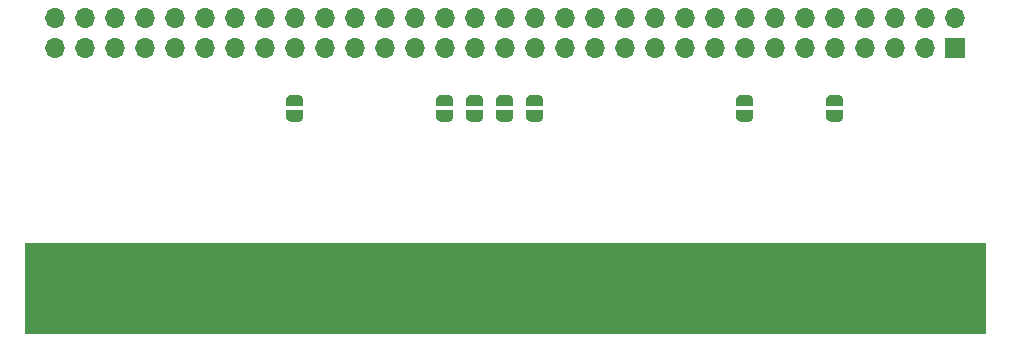
<source format=gbs>
%TF.GenerationSoftware,KiCad,Pcbnew,(5.1.9)-1*%
%TF.CreationDate,2021-05-05T16:30:24+08:00*%
%TF.ProjectId,ISAtoTandyPlus,49534174-6f54-4616-9e64-79506c75732e,rev?*%
%TF.SameCoordinates,Original*%
%TF.FileFunction,Soldermask,Bot*%
%TF.FilePolarity,Negative*%
%FSLAX46Y46*%
G04 Gerber Fmt 4.6, Leading zero omitted, Abs format (unit mm)*
G04 Created by KiCad (PCBNEW (5.1.9)-1) date 2021-05-05 16:30:24*
%MOMM*%
%LPD*%
G01*
G04 APERTURE LIST*
%ADD10C,0.100000*%
%ADD11R,1.700000X1.700000*%
%ADD12O,1.700000X1.700000*%
%ADD13R,1.780000X7.620000*%
G04 APERTURE END LIST*
D10*
G36*
X177800000Y-142240000D02*
G01*
X96520000Y-142240000D01*
X96520000Y-134620000D01*
X177800000Y-134620000D01*
X177800000Y-142240000D01*
G37*
X177800000Y-142240000D02*
X96520000Y-142240000D01*
X96520000Y-134620000D01*
X177800000Y-134620000D01*
X177800000Y-142240000D01*
%TO.C,JP1*%
G36*
X164350602Y-122540000D02*
G01*
X164350602Y-122515466D01*
X164355412Y-122466635D01*
X164364984Y-122418510D01*
X164379228Y-122371555D01*
X164398005Y-122326222D01*
X164421136Y-122282949D01*
X164448396Y-122242150D01*
X164479524Y-122204221D01*
X164514221Y-122169524D01*
X164552150Y-122138396D01*
X164592949Y-122111136D01*
X164636222Y-122088005D01*
X164681555Y-122069228D01*
X164728510Y-122054984D01*
X164776635Y-122045412D01*
X164825466Y-122040602D01*
X164850000Y-122040602D01*
X164850000Y-122040000D01*
X165350000Y-122040000D01*
X165350000Y-122040602D01*
X165374534Y-122040602D01*
X165423365Y-122045412D01*
X165471490Y-122054984D01*
X165518445Y-122069228D01*
X165563778Y-122088005D01*
X165607051Y-122111136D01*
X165647850Y-122138396D01*
X165685779Y-122169524D01*
X165720476Y-122204221D01*
X165751604Y-122242150D01*
X165778864Y-122282949D01*
X165801995Y-122326222D01*
X165820772Y-122371555D01*
X165835016Y-122418510D01*
X165844588Y-122466635D01*
X165849398Y-122515466D01*
X165849398Y-122540000D01*
X165850000Y-122540000D01*
X165850000Y-123040000D01*
X164350000Y-123040000D01*
X164350000Y-122540000D01*
X164350602Y-122540000D01*
G37*
G36*
X165850000Y-123340000D02*
G01*
X165850000Y-123840000D01*
X165849398Y-123840000D01*
X165849398Y-123864534D01*
X165844588Y-123913365D01*
X165835016Y-123961490D01*
X165820772Y-124008445D01*
X165801995Y-124053778D01*
X165778864Y-124097051D01*
X165751604Y-124137850D01*
X165720476Y-124175779D01*
X165685779Y-124210476D01*
X165647850Y-124241604D01*
X165607051Y-124268864D01*
X165563778Y-124291995D01*
X165518445Y-124310772D01*
X165471490Y-124325016D01*
X165423365Y-124334588D01*
X165374534Y-124339398D01*
X165350000Y-124339398D01*
X165350000Y-124340000D01*
X164850000Y-124340000D01*
X164850000Y-124339398D01*
X164825466Y-124339398D01*
X164776635Y-124334588D01*
X164728510Y-124325016D01*
X164681555Y-124310772D01*
X164636222Y-124291995D01*
X164592949Y-124268864D01*
X164552150Y-124241604D01*
X164514221Y-124210476D01*
X164479524Y-124175779D01*
X164448396Y-124137850D01*
X164421136Y-124097051D01*
X164398005Y-124053778D01*
X164379228Y-124008445D01*
X164364984Y-123961490D01*
X164355412Y-123913365D01*
X164350602Y-123864534D01*
X164350602Y-123840000D01*
X164350000Y-123840000D01*
X164350000Y-123340000D01*
X165850000Y-123340000D01*
G37*
%TD*%
%TO.C,JP2*%
G36*
X156730602Y-122540000D02*
G01*
X156730602Y-122515466D01*
X156735412Y-122466635D01*
X156744984Y-122418510D01*
X156759228Y-122371555D01*
X156778005Y-122326222D01*
X156801136Y-122282949D01*
X156828396Y-122242150D01*
X156859524Y-122204221D01*
X156894221Y-122169524D01*
X156932150Y-122138396D01*
X156972949Y-122111136D01*
X157016222Y-122088005D01*
X157061555Y-122069228D01*
X157108510Y-122054984D01*
X157156635Y-122045412D01*
X157205466Y-122040602D01*
X157230000Y-122040602D01*
X157230000Y-122040000D01*
X157730000Y-122040000D01*
X157730000Y-122040602D01*
X157754534Y-122040602D01*
X157803365Y-122045412D01*
X157851490Y-122054984D01*
X157898445Y-122069228D01*
X157943778Y-122088005D01*
X157987051Y-122111136D01*
X158027850Y-122138396D01*
X158065779Y-122169524D01*
X158100476Y-122204221D01*
X158131604Y-122242150D01*
X158158864Y-122282949D01*
X158181995Y-122326222D01*
X158200772Y-122371555D01*
X158215016Y-122418510D01*
X158224588Y-122466635D01*
X158229398Y-122515466D01*
X158229398Y-122540000D01*
X158230000Y-122540000D01*
X158230000Y-123040000D01*
X156730000Y-123040000D01*
X156730000Y-122540000D01*
X156730602Y-122540000D01*
G37*
G36*
X158230000Y-123340000D02*
G01*
X158230000Y-123840000D01*
X158229398Y-123840000D01*
X158229398Y-123864534D01*
X158224588Y-123913365D01*
X158215016Y-123961490D01*
X158200772Y-124008445D01*
X158181995Y-124053778D01*
X158158864Y-124097051D01*
X158131604Y-124137850D01*
X158100476Y-124175779D01*
X158065779Y-124210476D01*
X158027850Y-124241604D01*
X157987051Y-124268864D01*
X157943778Y-124291995D01*
X157898445Y-124310772D01*
X157851490Y-124325016D01*
X157803365Y-124334588D01*
X157754534Y-124339398D01*
X157730000Y-124339398D01*
X157730000Y-124340000D01*
X157230000Y-124340000D01*
X157230000Y-124339398D01*
X157205466Y-124339398D01*
X157156635Y-124334588D01*
X157108510Y-124325016D01*
X157061555Y-124310772D01*
X157016222Y-124291995D01*
X156972949Y-124268864D01*
X156932150Y-124241604D01*
X156894221Y-124210476D01*
X156859524Y-124175779D01*
X156828396Y-124137850D01*
X156801136Y-124097051D01*
X156778005Y-124053778D01*
X156759228Y-124008445D01*
X156744984Y-123961490D01*
X156735412Y-123913365D01*
X156730602Y-123864534D01*
X156730602Y-123840000D01*
X156730000Y-123840000D01*
X156730000Y-123340000D01*
X158230000Y-123340000D01*
G37*
%TD*%
%TO.C,JP3*%
G36*
X138950602Y-122540000D02*
G01*
X138950602Y-122515466D01*
X138955412Y-122466635D01*
X138964984Y-122418510D01*
X138979228Y-122371555D01*
X138998005Y-122326222D01*
X139021136Y-122282949D01*
X139048396Y-122242150D01*
X139079524Y-122204221D01*
X139114221Y-122169524D01*
X139152150Y-122138396D01*
X139192949Y-122111136D01*
X139236222Y-122088005D01*
X139281555Y-122069228D01*
X139328510Y-122054984D01*
X139376635Y-122045412D01*
X139425466Y-122040602D01*
X139450000Y-122040602D01*
X139450000Y-122040000D01*
X139950000Y-122040000D01*
X139950000Y-122040602D01*
X139974534Y-122040602D01*
X140023365Y-122045412D01*
X140071490Y-122054984D01*
X140118445Y-122069228D01*
X140163778Y-122088005D01*
X140207051Y-122111136D01*
X140247850Y-122138396D01*
X140285779Y-122169524D01*
X140320476Y-122204221D01*
X140351604Y-122242150D01*
X140378864Y-122282949D01*
X140401995Y-122326222D01*
X140420772Y-122371555D01*
X140435016Y-122418510D01*
X140444588Y-122466635D01*
X140449398Y-122515466D01*
X140449398Y-122540000D01*
X140450000Y-122540000D01*
X140450000Y-123040000D01*
X138950000Y-123040000D01*
X138950000Y-122540000D01*
X138950602Y-122540000D01*
G37*
G36*
X140450000Y-123340000D02*
G01*
X140450000Y-123840000D01*
X140449398Y-123840000D01*
X140449398Y-123864534D01*
X140444588Y-123913365D01*
X140435016Y-123961490D01*
X140420772Y-124008445D01*
X140401995Y-124053778D01*
X140378864Y-124097051D01*
X140351604Y-124137850D01*
X140320476Y-124175779D01*
X140285779Y-124210476D01*
X140247850Y-124241604D01*
X140207051Y-124268864D01*
X140163778Y-124291995D01*
X140118445Y-124310772D01*
X140071490Y-124325016D01*
X140023365Y-124334588D01*
X139974534Y-124339398D01*
X139950000Y-124339398D01*
X139950000Y-124340000D01*
X139450000Y-124340000D01*
X139450000Y-124339398D01*
X139425466Y-124339398D01*
X139376635Y-124334588D01*
X139328510Y-124325016D01*
X139281555Y-124310772D01*
X139236222Y-124291995D01*
X139192949Y-124268864D01*
X139152150Y-124241604D01*
X139114221Y-124210476D01*
X139079524Y-124175779D01*
X139048396Y-124137850D01*
X139021136Y-124097051D01*
X138998005Y-124053778D01*
X138979228Y-124008445D01*
X138964984Y-123961490D01*
X138955412Y-123913365D01*
X138950602Y-123864534D01*
X138950602Y-123840000D01*
X138950000Y-123840000D01*
X138950000Y-123340000D01*
X140450000Y-123340000D01*
G37*
%TD*%
%TO.C,JP5*%
G36*
X133870602Y-122540000D02*
G01*
X133870602Y-122515466D01*
X133875412Y-122466635D01*
X133884984Y-122418510D01*
X133899228Y-122371555D01*
X133918005Y-122326222D01*
X133941136Y-122282949D01*
X133968396Y-122242150D01*
X133999524Y-122204221D01*
X134034221Y-122169524D01*
X134072150Y-122138396D01*
X134112949Y-122111136D01*
X134156222Y-122088005D01*
X134201555Y-122069228D01*
X134248510Y-122054984D01*
X134296635Y-122045412D01*
X134345466Y-122040602D01*
X134370000Y-122040602D01*
X134370000Y-122040000D01*
X134870000Y-122040000D01*
X134870000Y-122040602D01*
X134894534Y-122040602D01*
X134943365Y-122045412D01*
X134991490Y-122054984D01*
X135038445Y-122069228D01*
X135083778Y-122088005D01*
X135127051Y-122111136D01*
X135167850Y-122138396D01*
X135205779Y-122169524D01*
X135240476Y-122204221D01*
X135271604Y-122242150D01*
X135298864Y-122282949D01*
X135321995Y-122326222D01*
X135340772Y-122371555D01*
X135355016Y-122418510D01*
X135364588Y-122466635D01*
X135369398Y-122515466D01*
X135369398Y-122540000D01*
X135370000Y-122540000D01*
X135370000Y-123040000D01*
X133870000Y-123040000D01*
X133870000Y-122540000D01*
X133870602Y-122540000D01*
G37*
G36*
X135370000Y-123340000D02*
G01*
X135370000Y-123840000D01*
X135369398Y-123840000D01*
X135369398Y-123864534D01*
X135364588Y-123913365D01*
X135355016Y-123961490D01*
X135340772Y-124008445D01*
X135321995Y-124053778D01*
X135298864Y-124097051D01*
X135271604Y-124137850D01*
X135240476Y-124175779D01*
X135205779Y-124210476D01*
X135167850Y-124241604D01*
X135127051Y-124268864D01*
X135083778Y-124291995D01*
X135038445Y-124310772D01*
X134991490Y-124325016D01*
X134943365Y-124334588D01*
X134894534Y-124339398D01*
X134870000Y-124339398D01*
X134870000Y-124340000D01*
X134370000Y-124340000D01*
X134370000Y-124339398D01*
X134345466Y-124339398D01*
X134296635Y-124334588D01*
X134248510Y-124325016D01*
X134201555Y-124310772D01*
X134156222Y-124291995D01*
X134112949Y-124268864D01*
X134072150Y-124241604D01*
X134034221Y-124210476D01*
X133999524Y-124175779D01*
X133968396Y-124137850D01*
X133941136Y-124097051D01*
X133918005Y-124053778D01*
X133899228Y-124008445D01*
X133884984Y-123961490D01*
X133875412Y-123913365D01*
X133870602Y-123864534D01*
X133870602Y-123840000D01*
X133870000Y-123840000D01*
X133870000Y-123340000D01*
X135370000Y-123340000D01*
G37*
%TD*%
%TO.C,JP4*%
G36*
X136410602Y-122540000D02*
G01*
X136410602Y-122515466D01*
X136415412Y-122466635D01*
X136424984Y-122418510D01*
X136439228Y-122371555D01*
X136458005Y-122326222D01*
X136481136Y-122282949D01*
X136508396Y-122242150D01*
X136539524Y-122204221D01*
X136574221Y-122169524D01*
X136612150Y-122138396D01*
X136652949Y-122111136D01*
X136696222Y-122088005D01*
X136741555Y-122069228D01*
X136788510Y-122054984D01*
X136836635Y-122045412D01*
X136885466Y-122040602D01*
X136910000Y-122040602D01*
X136910000Y-122040000D01*
X137410000Y-122040000D01*
X137410000Y-122040602D01*
X137434534Y-122040602D01*
X137483365Y-122045412D01*
X137531490Y-122054984D01*
X137578445Y-122069228D01*
X137623778Y-122088005D01*
X137667051Y-122111136D01*
X137707850Y-122138396D01*
X137745779Y-122169524D01*
X137780476Y-122204221D01*
X137811604Y-122242150D01*
X137838864Y-122282949D01*
X137861995Y-122326222D01*
X137880772Y-122371555D01*
X137895016Y-122418510D01*
X137904588Y-122466635D01*
X137909398Y-122515466D01*
X137909398Y-122540000D01*
X137910000Y-122540000D01*
X137910000Y-123040000D01*
X136410000Y-123040000D01*
X136410000Y-122540000D01*
X136410602Y-122540000D01*
G37*
G36*
X137910000Y-123340000D02*
G01*
X137910000Y-123840000D01*
X137909398Y-123840000D01*
X137909398Y-123864534D01*
X137904588Y-123913365D01*
X137895016Y-123961490D01*
X137880772Y-124008445D01*
X137861995Y-124053778D01*
X137838864Y-124097051D01*
X137811604Y-124137850D01*
X137780476Y-124175779D01*
X137745779Y-124210476D01*
X137707850Y-124241604D01*
X137667051Y-124268864D01*
X137623778Y-124291995D01*
X137578445Y-124310772D01*
X137531490Y-124325016D01*
X137483365Y-124334588D01*
X137434534Y-124339398D01*
X137410000Y-124339398D01*
X137410000Y-124340000D01*
X136910000Y-124340000D01*
X136910000Y-124339398D01*
X136885466Y-124339398D01*
X136836635Y-124334588D01*
X136788510Y-124325016D01*
X136741555Y-124310772D01*
X136696222Y-124291995D01*
X136652949Y-124268864D01*
X136612150Y-124241604D01*
X136574221Y-124210476D01*
X136539524Y-124175779D01*
X136508396Y-124137850D01*
X136481136Y-124097051D01*
X136458005Y-124053778D01*
X136439228Y-124008445D01*
X136424984Y-123961490D01*
X136415412Y-123913365D01*
X136410602Y-123864534D01*
X136410602Y-123840000D01*
X136410000Y-123840000D01*
X136410000Y-123340000D01*
X137910000Y-123340000D01*
G37*
%TD*%
%TO.C,JP6*%
G36*
X131330602Y-122540000D02*
G01*
X131330602Y-122515466D01*
X131335412Y-122466635D01*
X131344984Y-122418510D01*
X131359228Y-122371555D01*
X131378005Y-122326222D01*
X131401136Y-122282949D01*
X131428396Y-122242150D01*
X131459524Y-122204221D01*
X131494221Y-122169524D01*
X131532150Y-122138396D01*
X131572949Y-122111136D01*
X131616222Y-122088005D01*
X131661555Y-122069228D01*
X131708510Y-122054984D01*
X131756635Y-122045412D01*
X131805466Y-122040602D01*
X131830000Y-122040602D01*
X131830000Y-122040000D01*
X132330000Y-122040000D01*
X132330000Y-122040602D01*
X132354534Y-122040602D01*
X132403365Y-122045412D01*
X132451490Y-122054984D01*
X132498445Y-122069228D01*
X132543778Y-122088005D01*
X132587051Y-122111136D01*
X132627850Y-122138396D01*
X132665779Y-122169524D01*
X132700476Y-122204221D01*
X132731604Y-122242150D01*
X132758864Y-122282949D01*
X132781995Y-122326222D01*
X132800772Y-122371555D01*
X132815016Y-122418510D01*
X132824588Y-122466635D01*
X132829398Y-122515466D01*
X132829398Y-122540000D01*
X132830000Y-122540000D01*
X132830000Y-123040000D01*
X131330000Y-123040000D01*
X131330000Y-122540000D01*
X131330602Y-122540000D01*
G37*
G36*
X132830000Y-123340000D02*
G01*
X132830000Y-123840000D01*
X132829398Y-123840000D01*
X132829398Y-123864534D01*
X132824588Y-123913365D01*
X132815016Y-123961490D01*
X132800772Y-124008445D01*
X132781995Y-124053778D01*
X132758864Y-124097051D01*
X132731604Y-124137850D01*
X132700476Y-124175779D01*
X132665779Y-124210476D01*
X132627850Y-124241604D01*
X132587051Y-124268864D01*
X132543778Y-124291995D01*
X132498445Y-124310772D01*
X132451490Y-124325016D01*
X132403365Y-124334588D01*
X132354534Y-124339398D01*
X132330000Y-124339398D01*
X132330000Y-124340000D01*
X131830000Y-124340000D01*
X131830000Y-124339398D01*
X131805466Y-124339398D01*
X131756635Y-124334588D01*
X131708510Y-124325016D01*
X131661555Y-124310772D01*
X131616222Y-124291995D01*
X131572949Y-124268864D01*
X131532150Y-124241604D01*
X131494221Y-124210476D01*
X131459524Y-124175779D01*
X131428396Y-124137850D01*
X131401136Y-124097051D01*
X131378005Y-124053778D01*
X131359228Y-124008445D01*
X131344984Y-123961490D01*
X131335412Y-123913365D01*
X131330602Y-123864534D01*
X131330602Y-123840000D01*
X131330000Y-123840000D01*
X131330000Y-123340000D01*
X132830000Y-123340000D01*
G37*
%TD*%
%TO.C,JP7*%
G36*
X120130000Y-123340000D02*
G01*
X120130000Y-123840000D01*
X120129398Y-123840000D01*
X120129398Y-123864534D01*
X120124588Y-123913365D01*
X120115016Y-123961490D01*
X120100772Y-124008445D01*
X120081995Y-124053778D01*
X120058864Y-124097051D01*
X120031604Y-124137850D01*
X120000476Y-124175779D01*
X119965779Y-124210476D01*
X119927850Y-124241604D01*
X119887051Y-124268864D01*
X119843778Y-124291995D01*
X119798445Y-124310772D01*
X119751490Y-124325016D01*
X119703365Y-124334588D01*
X119654534Y-124339398D01*
X119630000Y-124339398D01*
X119630000Y-124340000D01*
X119130000Y-124340000D01*
X119130000Y-124339398D01*
X119105466Y-124339398D01*
X119056635Y-124334588D01*
X119008510Y-124325016D01*
X118961555Y-124310772D01*
X118916222Y-124291995D01*
X118872949Y-124268864D01*
X118832150Y-124241604D01*
X118794221Y-124210476D01*
X118759524Y-124175779D01*
X118728396Y-124137850D01*
X118701136Y-124097051D01*
X118678005Y-124053778D01*
X118659228Y-124008445D01*
X118644984Y-123961490D01*
X118635412Y-123913365D01*
X118630602Y-123864534D01*
X118630602Y-123840000D01*
X118630000Y-123840000D01*
X118630000Y-123340000D01*
X120130000Y-123340000D01*
G37*
G36*
X118630602Y-122540000D02*
G01*
X118630602Y-122515466D01*
X118635412Y-122466635D01*
X118644984Y-122418510D01*
X118659228Y-122371555D01*
X118678005Y-122326222D01*
X118701136Y-122282949D01*
X118728396Y-122242150D01*
X118759524Y-122204221D01*
X118794221Y-122169524D01*
X118832150Y-122138396D01*
X118872949Y-122111136D01*
X118916222Y-122088005D01*
X118961555Y-122069228D01*
X119008510Y-122054984D01*
X119056635Y-122045412D01*
X119105466Y-122040602D01*
X119130000Y-122040602D01*
X119130000Y-122040000D01*
X119630000Y-122040000D01*
X119630000Y-122040602D01*
X119654534Y-122040602D01*
X119703365Y-122045412D01*
X119751490Y-122054984D01*
X119798445Y-122069228D01*
X119843778Y-122088005D01*
X119887051Y-122111136D01*
X119927850Y-122138396D01*
X119965779Y-122169524D01*
X120000476Y-122204221D01*
X120031604Y-122242150D01*
X120058864Y-122282949D01*
X120081995Y-122326222D01*
X120100772Y-122371555D01*
X120115016Y-122418510D01*
X120124588Y-122466635D01*
X120129398Y-122515466D01*
X120129398Y-122540000D01*
X120130000Y-122540000D01*
X120130000Y-123040000D01*
X118630000Y-123040000D01*
X118630000Y-122540000D01*
X118630602Y-122540000D01*
G37*
%TD*%
D11*
%TO.C,J3*%
X175260000Y-118110000D03*
D12*
X175260000Y-115570000D03*
X172720000Y-118110000D03*
X172720000Y-115570000D03*
X170180000Y-118110000D03*
X170180000Y-115570000D03*
X167640000Y-118110000D03*
X167640000Y-115570000D03*
X165100000Y-118110000D03*
X165100000Y-115570000D03*
X162560000Y-118110000D03*
X162560000Y-115570000D03*
X160020000Y-118110000D03*
X160020000Y-115570000D03*
X157480000Y-118110000D03*
X157480000Y-115570000D03*
X154940000Y-118110000D03*
X154940000Y-115570000D03*
X152400000Y-118110000D03*
X152400000Y-115570000D03*
X149860000Y-118110000D03*
X149860000Y-115570000D03*
X147320000Y-118110000D03*
X147320000Y-115570000D03*
X144780000Y-118110000D03*
X144780000Y-115570000D03*
X142240000Y-118110000D03*
X142240000Y-115570000D03*
X139700000Y-118110000D03*
X139700000Y-115570000D03*
X137160000Y-118110000D03*
X137160000Y-115570000D03*
X134620000Y-118110000D03*
X134620000Y-115570000D03*
X132080000Y-118110000D03*
X132080000Y-115570000D03*
X129540000Y-118110000D03*
X129540000Y-115570000D03*
X127000000Y-118110000D03*
X127000000Y-115570000D03*
X124460000Y-118110000D03*
X124460000Y-115570000D03*
X121920000Y-118110000D03*
X121920000Y-115570000D03*
X119380000Y-118110000D03*
X119380000Y-115570000D03*
X116840000Y-118110000D03*
X116840000Y-115570000D03*
X114300000Y-118110000D03*
X114300000Y-115570000D03*
X111760000Y-118110000D03*
X111760000Y-115570000D03*
X109220000Y-118110000D03*
X109220000Y-115570000D03*
X106680000Y-118110000D03*
X106680000Y-115570000D03*
X104140000Y-118110000D03*
X104140000Y-115570000D03*
X101600000Y-118110000D03*
X101600000Y-115570000D03*
X99060000Y-118110000D03*
X99060000Y-115570000D03*
%TD*%
D13*
%TO.C,J1*%
X99060000Y-138430000D03*
X101600000Y-138430000D03*
X104140000Y-138430000D03*
X106680000Y-138430000D03*
X109220000Y-138430000D03*
X111760000Y-138430000D03*
X114300000Y-138430000D03*
X116840000Y-138430000D03*
X119380000Y-138430000D03*
X121920000Y-138430000D03*
X124460000Y-138430000D03*
X127000000Y-138430000D03*
X129540000Y-138430000D03*
X132080000Y-138430000D03*
X134620000Y-138430000D03*
X137160000Y-138430000D03*
X139700000Y-138430000D03*
X142240000Y-138430000D03*
X144780000Y-138430000D03*
X147320000Y-138430000D03*
X149860000Y-138430000D03*
X152400000Y-138430000D03*
X154940000Y-138430000D03*
X157480000Y-138430000D03*
X160020000Y-138430000D03*
X162560000Y-138430000D03*
X165100000Y-138430000D03*
X167640000Y-138430000D03*
X170180000Y-138430000D03*
X172720000Y-138430000D03*
X175260000Y-138430000D03*
%TD*%
M02*

</source>
